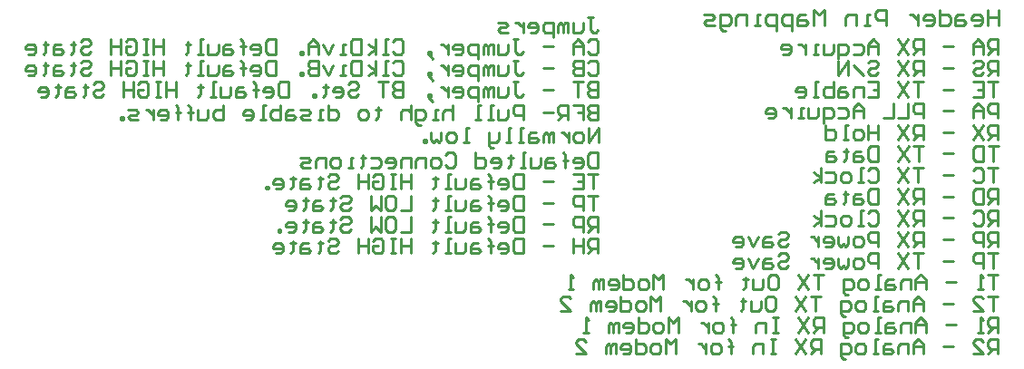
<source format=gbo>
%FSLAX25Y25*%
%MOIN*%
G70*
G01*
G75*
G04 Layer_Color=32896*
%ADD10R,0.03937X0.03150*%
%ADD11R,0.02756X0.02559*%
%ADD12R,0.02756X0.01969*%
%ADD13R,0.02559X0.02756*%
%ADD14R,0.01969X0.02756*%
%ADD15R,0.05118X0.03543*%
%ADD16R,0.03543X0.05118*%
%ADD17R,0.04921X0.05906*%
%ADD18R,0.05906X0.04921*%
%ADD19O,0.11221X0.02362*%
%ADD20O,0.09843X0.02362*%
%ADD21R,0.08268X0.22047*%
%ADD22R,0.02362X0.05512*%
%ADD23C,0.02362*%
%ADD24C,0.01969*%
%ADD25C,0.01000*%
%ADD26C,0.01181*%
%ADD27C,0.19685*%
%ADD28R,0.05906X0.08268*%
%ADD29O,0.05906X0.08268*%
%ADD30R,0.08268X0.05906*%
%ADD31O,0.08268X0.05906*%
%ADD32C,0.02756*%
%ADD33C,0.03150*%
%ADD34C,0.02165*%
%ADD35C,0.00984*%
%ADD36C,0.00787*%
%ADD37R,0.04724X0.03937*%
%ADD38R,0.03543X0.03347*%
%ADD39R,0.03543X0.02756*%
%ADD40R,0.03347X0.03543*%
%ADD41R,0.02756X0.03543*%
%ADD42R,0.05906X0.04331*%
%ADD43R,0.04331X0.05906*%
%ADD44R,0.05709X0.06693*%
%ADD45R,0.06693X0.05709*%
%ADD46O,0.12008X0.03150*%
%ADD47O,0.10630X0.03150*%
%ADD48R,0.09055X0.22835*%
%ADD49C,0.20472*%
%ADD50R,0.06693X0.09055*%
%ADD51O,0.06693X0.09055*%
%ADD52R,0.09055X0.06693*%
%ADD53O,0.09055X0.06693*%
%ADD54C,0.03543*%
%ADD55C,0.03937*%
D35*
X707874Y411417D02*
Y416927D01*
X704201Y411417D01*
Y416927D01*
X701446Y411417D02*
X699609D01*
X698691Y412336D01*
Y414172D01*
X699609Y415091D01*
X701446D01*
X702364Y414172D01*
Y412336D01*
X701446Y411417D01*
X696854Y415091D02*
Y411417D01*
Y413254D01*
X695936Y414172D01*
X695017Y415091D01*
X694099D01*
X691344Y411417D02*
Y415091D01*
X690426D01*
X689507Y414172D01*
Y411417D01*
Y414172D01*
X688589Y415091D01*
X687671Y414172D01*
Y411417D01*
X684916Y415091D02*
X683079D01*
X682161Y414172D01*
Y411417D01*
X684916D01*
X685834Y412336D01*
X684916Y413254D01*
X682161D01*
X680324Y411417D02*
X678487D01*
X679405D01*
Y416927D01*
X680324D01*
X675732Y411417D02*
X673896D01*
X674814D01*
Y416927D01*
X675732D01*
X671140Y415091D02*
Y412336D01*
X670222Y411417D01*
X667467D01*
Y410499D01*
X668386Y409581D01*
X669304D01*
X667467Y411417D02*
Y415091D01*
X660120Y411417D02*
X658284D01*
X659202D01*
Y416927D01*
X660120D01*
X654610Y411417D02*
X652774D01*
X651855Y412336D01*
Y414172D01*
X652774Y415091D01*
X654610D01*
X655529Y414172D01*
Y412336D01*
X654610Y411417D01*
X650019Y415091D02*
Y412336D01*
X649100Y411417D01*
X648182Y412336D01*
X647264Y411417D01*
X646345Y412336D01*
Y415091D01*
X644509Y411417D02*
Y412336D01*
X643590D01*
Y411417D01*
X644509D01*
X707677Y425195D02*
Y419685D01*
X704922D01*
X704004Y420603D01*
Y421522D01*
X704922Y422440D01*
X707677D01*
X704922D01*
X704004Y423358D01*
Y424277D01*
X704922Y425195D01*
X707677D01*
X698494D02*
X702167D01*
Y422440D01*
X700330D01*
X702167D01*
Y419685D01*
X696657D02*
Y425195D01*
X693902D01*
X692984Y424277D01*
Y422440D01*
X693902Y421522D01*
X696657D01*
X694820D02*
X692984Y419685D01*
X691147Y422440D02*
X687474D01*
X680127Y419685D02*
Y425195D01*
X677372D01*
X676454Y424277D01*
Y422440D01*
X677372Y421522D01*
X680127D01*
X674617Y423358D02*
Y420603D01*
X673699Y419685D01*
X670944D01*
Y423358D01*
X669107Y419685D02*
X667270D01*
X668189D01*
Y425195D01*
X669107D01*
X664515Y419685D02*
X662679D01*
X663597D01*
Y425195D01*
X664515D01*
X654414D02*
Y419685D01*
Y422440D01*
X653495Y423358D01*
X651658D01*
X650740Y422440D01*
Y419685D01*
X648904D02*
X647067D01*
X647985D01*
Y423358D01*
X648904D01*
X642475Y417848D02*
X641557D01*
X640638Y418767D01*
Y423358D01*
X643394D01*
X644312Y422440D01*
Y420603D01*
X643394Y419685D01*
X640638D01*
X638802Y425195D02*
Y419685D01*
Y422440D01*
X637884Y423358D01*
X636047D01*
X635128Y422440D01*
Y419685D01*
X626863Y424277D02*
Y423358D01*
X627782D01*
X625945D01*
X626863D01*
Y420603D01*
X625945Y419685D01*
X622272D02*
X620435D01*
X619517Y420603D01*
Y422440D01*
X620435Y423358D01*
X622272D01*
X623190Y422440D01*
Y420603D01*
X622272Y419685D01*
X608497Y425195D02*
Y419685D01*
X611252D01*
X612170Y420603D01*
Y422440D01*
X611252Y423358D01*
X608497D01*
X606660Y419685D02*
X604823D01*
X605742D01*
Y423358D01*
X606660D01*
X602068Y419685D02*
X599313D01*
X598395Y420603D01*
X599313Y421522D01*
X601150D01*
X602068Y422440D01*
X601150Y423358D01*
X598395D01*
X595640D02*
X593803D01*
X592885Y422440D01*
Y419685D01*
X595640D01*
X596558Y420603D01*
X595640Y421522D01*
X592885D01*
X591048Y425195D02*
Y419685D01*
X588293D01*
X587375Y420603D01*
Y421522D01*
Y422440D01*
X588293Y423358D01*
X591048D01*
X585538Y419685D02*
X583702D01*
X584620D01*
Y425195D01*
X585538D01*
X578192Y419685D02*
X580028D01*
X580946Y420603D01*
Y422440D01*
X580028Y423358D01*
X578192D01*
X577273Y422440D01*
Y421522D01*
X580946D01*
X569926Y425195D02*
Y419685D01*
X567171D01*
X566253Y420603D01*
Y421522D01*
Y422440D01*
X567171Y423358D01*
X569926D01*
X564416D02*
Y420603D01*
X563498Y419685D01*
X560743D01*
Y423358D01*
X557988Y419685D02*
Y424277D01*
Y422440D01*
X558906D01*
X557070D01*
X557988D01*
Y424277D01*
X557070Y425195D01*
X553396Y419685D02*
Y424277D01*
Y422440D01*
X554315D01*
X552478D01*
X553396D01*
Y424277D01*
X552478Y425195D01*
X546968Y419685D02*
X548805D01*
X549723Y420603D01*
Y422440D01*
X548805Y423358D01*
X546968D01*
X546050Y422440D01*
Y421522D01*
X549723D01*
X544213Y423358D02*
Y419685D01*
Y421522D01*
X543295Y422440D01*
X542376Y423358D01*
X541458D01*
X538703Y419685D02*
X535948D01*
X535030Y420603D01*
X535948Y421522D01*
X537785D01*
X538703Y422440D01*
X537785Y423358D01*
X535030D01*
X533193Y419685D02*
Y420603D01*
X532275D01*
Y419685D01*
X533193D01*
X854823Y460234D02*
Y454331D01*
Y457282D01*
X850887D01*
Y460234D01*
Y454331D01*
X845967D02*
X847935D01*
X848919Y455315D01*
Y457282D01*
X847935Y458266D01*
X845967D01*
X844983Y457282D01*
Y456299D01*
X848919D01*
X842032Y458266D02*
X840064D01*
X839080Y457282D01*
Y454331D01*
X842032D01*
X843016Y455315D01*
X842032Y456299D01*
X839080D01*
X833176Y460234D02*
Y454331D01*
X836128D01*
X837112Y455315D01*
Y457282D01*
X836128Y458266D01*
X833176D01*
X828257Y454331D02*
X830225D01*
X831208Y455315D01*
Y457282D01*
X830225Y458266D01*
X828257D01*
X827273Y457282D01*
Y456299D01*
X831208D01*
X825305Y458266D02*
Y454331D01*
Y456299D01*
X824321Y457282D01*
X823337Y458266D01*
X822353D01*
X813498Y454331D02*
Y460234D01*
X810546D01*
X809562Y459250D01*
Y457282D01*
X810546Y456299D01*
X813498D01*
X807594Y454331D02*
X805626D01*
X806610D01*
Y458266D01*
X807594D01*
X802674Y454331D02*
Y458266D01*
X799723D01*
X798739Y457282D01*
Y454331D01*
X790867D02*
Y460234D01*
X788899Y458266D01*
X786931Y460234D01*
Y454331D01*
X783980Y458266D02*
X782012D01*
X781028Y457282D01*
Y454331D01*
X783980D01*
X784964Y455315D01*
X783980Y456299D01*
X781028D01*
X779060Y452363D02*
Y458266D01*
X776108D01*
X775124Y457282D01*
Y455315D01*
X776108Y454331D01*
X779060D01*
X773156Y452363D02*
Y458266D01*
X770205D01*
X769221Y457282D01*
Y455315D01*
X770205Y454331D01*
X773156D01*
X767253D02*
X765285D01*
X766269D01*
Y458266D01*
X767253D01*
X762333Y454331D02*
Y458266D01*
X759381D01*
X758397Y457282D01*
Y454331D01*
X754462Y452363D02*
X753478D01*
X752494Y453347D01*
Y458266D01*
X755446D01*
X756429Y457282D01*
Y455315D01*
X755446Y454331D01*
X752494D01*
X750526D02*
X747574D01*
X746590Y455315D01*
X747574Y456299D01*
X749542D01*
X750526Y457282D01*
X749542Y458266D01*
X746590D01*
X854724Y443898D02*
Y449408D01*
X851969D01*
X851051Y448489D01*
Y446653D01*
X851969Y445734D01*
X854724D01*
X852888D02*
X851051Y443898D01*
X849214D02*
Y447571D01*
X847378Y449408D01*
X845541Y447571D01*
Y443898D01*
Y446653D01*
X849214D01*
X838194D02*
X834521D01*
X827174Y443898D02*
Y449408D01*
X824419D01*
X823501Y448489D01*
Y446653D01*
X824419Y445734D01*
X827174D01*
X825338D02*
X823501Y443898D01*
X821664Y449408D02*
X817991Y443898D01*
Y449408D02*
X821664Y443898D01*
X810644D02*
Y447571D01*
X808807Y449408D01*
X806971Y447571D01*
Y443898D01*
Y446653D01*
X810644D01*
X801461Y447571D02*
X804216D01*
X805134Y446653D01*
Y444816D01*
X804216Y443898D01*
X801461D01*
X795951Y442061D02*
Y447571D01*
X798706D01*
X799624Y446653D01*
Y444816D01*
X798706Y443898D01*
X795951D01*
X794114Y447571D02*
Y444816D01*
X793196Y443898D01*
X790441D01*
Y447571D01*
X788604Y443898D02*
X786767D01*
X787686D01*
Y447571D01*
X788604D01*
X784012D02*
Y443898D01*
Y445734D01*
X783094Y446653D01*
X782176Y447571D01*
X781257D01*
X775747Y443898D02*
X777584D01*
X778502Y444816D01*
Y446653D01*
X777584Y447571D01*
X775747D01*
X774829Y446653D01*
Y445734D01*
X778502D01*
X854724Y433660D02*
X851051D01*
X852888D01*
Y428150D01*
X845541Y433660D02*
X849214D01*
Y428150D01*
X845541D01*
X849214Y430905D02*
X847378D01*
X838194D02*
X834521D01*
X827174Y433660D02*
X823501D01*
X825338D01*
Y428150D01*
X821664Y433660D02*
X817991Y428150D01*
Y433660D02*
X821664Y428150D01*
X806971Y433660D02*
X810644D01*
Y428150D01*
X806971D01*
X810644Y430905D02*
X808807D01*
X805134Y428150D02*
Y431823D01*
X802379D01*
X801461Y430905D01*
Y428150D01*
X798706Y431823D02*
X796869D01*
X795951Y430905D01*
Y428150D01*
X798706D01*
X799624Y429068D01*
X798706Y429986D01*
X795951D01*
X794114Y433660D02*
Y428150D01*
X791359D01*
X790441Y429068D01*
Y429986D01*
Y430905D01*
X791359Y431823D01*
X794114D01*
X788604Y428150D02*
X786767D01*
X787686D01*
Y433660D01*
X788604D01*
X781257Y428150D02*
X783094D01*
X784012Y429068D01*
Y430905D01*
X783094Y431823D01*
X781257D01*
X780339Y430905D01*
Y429986D01*
X784012D01*
X854823Y410038D02*
X851149D01*
X852986D01*
Y404528D01*
X849313Y410038D02*
Y404528D01*
X846558D01*
X845640Y405446D01*
Y409119D01*
X846558Y410038D01*
X849313D01*
X838293Y407283D02*
X834619D01*
X827273Y410038D02*
X823599D01*
X825436D01*
Y404528D01*
X821763Y410038D02*
X818089Y404528D01*
Y410038D02*
X821763Y404528D01*
X810743Y410038D02*
Y404528D01*
X807988D01*
X807069Y405446D01*
Y409119D01*
X807988Y410038D01*
X810743D01*
X804314Y408201D02*
X802478D01*
X801559Y407283D01*
Y404528D01*
X804314D01*
X805233Y405446D01*
X804314Y406364D01*
X801559D01*
X798804Y409119D02*
Y408201D01*
X799722D01*
X797886D01*
X798804D01*
Y405446D01*
X797886Y404528D01*
X794212Y408201D02*
X792376D01*
X791458Y407283D01*
Y404528D01*
X794212D01*
X795131Y405446D01*
X794212Y406364D01*
X791458D01*
X854724Y412402D02*
Y417912D01*
X851969D01*
X851051Y416993D01*
Y415157D01*
X851969Y414238D01*
X854724D01*
X852888D02*
X851051Y412402D01*
X849214Y417912D02*
X845541Y412402D01*
Y417912D02*
X849214Y412402D01*
X838194Y415157D02*
X834521D01*
X827174Y412402D02*
Y417912D01*
X824419D01*
X823501Y416993D01*
Y415157D01*
X824419Y414238D01*
X827174D01*
X825338D02*
X823501Y412402D01*
X821664Y417912D02*
X817991Y412402D01*
Y417912D02*
X821664Y412402D01*
X810644Y417912D02*
Y412402D01*
Y415157D01*
X806971D01*
Y417912D01*
Y412402D01*
X804216D02*
X802379D01*
X801461Y413320D01*
Y415157D01*
X802379Y416075D01*
X804216D01*
X805134Y415157D01*
Y413320D01*
X804216Y412402D01*
X799624D02*
X797787D01*
X798706D01*
Y417912D01*
X799624D01*
X791359D02*
Y412402D01*
X794114D01*
X795032Y413320D01*
Y415157D01*
X794114Y416075D01*
X791359D01*
X854724Y420276D02*
Y425786D01*
X851969D01*
X851051Y424867D01*
Y423031D01*
X851969Y422112D01*
X854724D01*
X849214Y420276D02*
Y423949D01*
X847378Y425786D01*
X845541Y423949D01*
Y420276D01*
Y423031D01*
X849214D01*
X838194D02*
X834521D01*
X827174Y420276D02*
Y425786D01*
X824419D01*
X823501Y424867D01*
Y423031D01*
X824419Y422112D01*
X827174D01*
X821664Y425786D02*
Y420276D01*
X817991D01*
X816154Y425786D02*
Y420276D01*
X812481D01*
X805134D02*
Y423949D01*
X803298Y425786D01*
X801461Y423949D01*
Y420276D01*
Y423031D01*
X805134D01*
X795951Y423949D02*
X798706D01*
X799624Y423031D01*
Y421194D01*
X798706Y420276D01*
X795951D01*
X790441Y418439D02*
Y423949D01*
X793196D01*
X794114Y423031D01*
Y421194D01*
X793196Y420276D01*
X790441D01*
X788604Y423949D02*
Y421194D01*
X787686Y420276D01*
X784931D01*
Y423949D01*
X783094Y420276D02*
X781257D01*
X782176D01*
Y423949D01*
X783094D01*
X778502D02*
Y420276D01*
Y422112D01*
X777584Y423031D01*
X776666Y423949D01*
X775747D01*
X770237Y420276D02*
X772074D01*
X772992Y421194D01*
Y423031D01*
X772074Y423949D01*
X770237D01*
X769319Y423031D01*
Y422112D01*
X772992D01*
X854724Y436024D02*
Y441534D01*
X851969D01*
X851051Y440615D01*
Y438779D01*
X851969Y437860D01*
X854724D01*
X852888D02*
X851051Y436024D01*
X845541Y440615D02*
X846459Y441534D01*
X848296D01*
X849214Y440615D01*
Y439697D01*
X848296Y438779D01*
X846459D01*
X845541Y437860D01*
Y436942D01*
X846459Y436024D01*
X848296D01*
X849214Y436942D01*
X838194Y438779D02*
X834521D01*
X827174Y436024D02*
Y441534D01*
X824419D01*
X823501Y440615D01*
Y438779D01*
X824419Y437860D01*
X827174D01*
X825338D02*
X823501Y436024D01*
X821664Y441534D02*
X817991Y436024D01*
Y441534D02*
X821664Y436024D01*
X806971Y440615D02*
X807889Y441534D01*
X809726D01*
X810644Y440615D01*
Y439697D01*
X809726Y438779D01*
X807889D01*
X806971Y437860D01*
Y436942D01*
X807889Y436024D01*
X809726D01*
X810644Y436942D01*
X805134Y436024D02*
X801461Y439697D01*
X799624Y436024D02*
Y441534D01*
X795951Y436024D01*
Y441534D01*
X854724Y362793D02*
X851051D01*
X852888D01*
Y357283D01*
X849214D02*
X847378D01*
X848296D01*
Y362793D01*
X849214Y361875D01*
X839113Y360038D02*
X835439D01*
X828093Y357283D02*
Y360957D01*
X826256Y362793D01*
X824419Y360957D01*
Y357283D01*
Y360038D01*
X828093D01*
X822583Y357283D02*
Y360957D01*
X819828D01*
X818909Y360038D01*
Y357283D01*
X816154Y360957D02*
X814318D01*
X813399Y360038D01*
Y357283D01*
X816154D01*
X817072Y358202D01*
X816154Y359120D01*
X813399D01*
X811563Y357283D02*
X809726D01*
X810644D01*
Y362793D01*
X811563D01*
X806052Y357283D02*
X804216D01*
X803298Y358202D01*
Y360038D01*
X804216Y360957D01*
X806052D01*
X806971Y360038D01*
Y358202D01*
X806052Y357283D01*
X799624Y355447D02*
X798706D01*
X797787Y356365D01*
Y360957D01*
X800543D01*
X801461Y360038D01*
Y358202D01*
X800543Y357283D01*
X797787D01*
X790441Y362793D02*
X786767D01*
X788604D01*
Y357283D01*
X784931Y362793D02*
X781257Y357283D01*
Y362793D02*
X784931Y357283D01*
X771156Y362793D02*
X772992D01*
X773911Y361875D01*
Y358202D01*
X772992Y357283D01*
X771156D01*
X770237Y358202D01*
Y361875D01*
X771156Y362793D01*
X768401Y360957D02*
Y358202D01*
X767482Y357283D01*
X764727D01*
Y360957D01*
X761972Y361875D02*
Y360957D01*
X762891D01*
X761054D01*
X761972D01*
Y358202D01*
X761054Y357283D01*
X751870D02*
Y361875D01*
Y360038D01*
X752789D01*
X750952D01*
X751870D01*
Y361875D01*
X750952Y362793D01*
X747279Y357283D02*
X745442D01*
X744524Y358202D01*
Y360038D01*
X745442Y360957D01*
X747279D01*
X748197Y360038D01*
Y358202D01*
X747279Y357283D01*
X742687Y360957D02*
Y357283D01*
Y359120D01*
X741769Y360038D01*
X740850Y360957D01*
X739932D01*
X731667Y357283D02*
Y362793D01*
X729830Y360957D01*
X727994Y362793D01*
Y357283D01*
X725239D02*
X723402D01*
X722484Y358202D01*
Y360038D01*
X723402Y360957D01*
X725239D01*
X726157Y360038D01*
Y358202D01*
X725239Y357283D01*
X716974Y362793D02*
Y357283D01*
X719729D01*
X720647Y358202D01*
Y360038D01*
X719729Y360957D01*
X716974D01*
X712382Y357283D02*
X714219D01*
X715137Y358202D01*
Y360038D01*
X714219Y360957D01*
X712382D01*
X711464Y360038D01*
Y359120D01*
X715137D01*
X709627Y357283D02*
Y360957D01*
X708709D01*
X707790Y360038D01*
Y357283D01*
Y360038D01*
X706872Y360957D01*
X705954Y360038D01*
Y357283D01*
X698607D02*
X696770D01*
X697689D01*
Y362793D01*
X698607Y361875D01*
X854724Y388779D02*
Y394290D01*
X851969D01*
X851051Y393371D01*
Y391534D01*
X851969Y390616D01*
X854724D01*
X852888D02*
X851051Y388779D01*
X849214Y394290D02*
Y388779D01*
X846459D01*
X845541Y389698D01*
Y393371D01*
X846459Y394290D01*
X849214D01*
X838194Y391534D02*
X834521D01*
X827174Y388779D02*
Y394290D01*
X824419D01*
X823501Y393371D01*
Y391534D01*
X824419Y390616D01*
X827174D01*
X825338D02*
X823501Y388779D01*
X821664Y394290D02*
X817991Y388779D01*
Y394290D02*
X821664Y388779D01*
X810644Y394290D02*
Y388779D01*
X807889D01*
X806971Y389698D01*
Y393371D01*
X807889Y394290D01*
X810644D01*
X804216Y392453D02*
X802379D01*
X801461Y391534D01*
Y388779D01*
X804216D01*
X805134Y389698D01*
X804216Y390616D01*
X801461D01*
X798706Y393371D02*
Y392453D01*
X799624D01*
X797787D01*
X798706D01*
Y389698D01*
X797787Y388779D01*
X794114Y392453D02*
X792277D01*
X791359Y391534D01*
Y388779D01*
X794114D01*
X795032Y389698D01*
X794114Y390616D01*
X791359D01*
X854724Y402164D02*
X851051D01*
X852888D01*
Y396654D01*
X845541Y401245D02*
X846459Y402164D01*
X848296D01*
X849214Y401245D01*
Y397572D01*
X848296Y396654D01*
X846459D01*
X845541Y397572D01*
X838194Y399409D02*
X834521D01*
X827174Y402164D02*
X823501D01*
X825338D01*
Y396654D01*
X821664Y402164D02*
X817991Y396654D01*
Y402164D02*
X821664Y396654D01*
X806971Y401245D02*
X807889Y402164D01*
X809726D01*
X810644Y401245D01*
Y397572D01*
X809726Y396654D01*
X807889D01*
X806971Y397572D01*
X805134Y396654D02*
X803298D01*
X804216D01*
Y402164D01*
X805134D01*
X799624Y396654D02*
X797787D01*
X796869Y397572D01*
Y399409D01*
X797787Y400327D01*
X799624D01*
X800543Y399409D01*
Y397572D01*
X799624Y396654D01*
X791359Y400327D02*
X794114D01*
X795032Y399409D01*
Y397572D01*
X794114Y396654D01*
X791359D01*
X789522D02*
Y402164D01*
Y398490D02*
X786767Y400327D01*
X789522Y398490D02*
X786767Y396654D01*
X854724Y373031D02*
Y378541D01*
X851969D01*
X851051Y377623D01*
Y375786D01*
X851969Y374868D01*
X854724D01*
X852888D02*
X851051Y373031D01*
X849214D02*
Y378541D01*
X846459D01*
X845541Y377623D01*
Y375786D01*
X846459Y374868D01*
X849214D01*
X838194Y375786D02*
X834521D01*
X827174Y373031D02*
Y378541D01*
X824419D01*
X823501Y377623D01*
Y375786D01*
X824419Y374868D01*
X827174D01*
X825338D02*
X823501Y373031D01*
X821664Y378541D02*
X817991Y373031D01*
Y378541D02*
X821664Y373031D01*
X810644D02*
Y378541D01*
X807889D01*
X806971Y377623D01*
Y375786D01*
X807889Y374868D01*
X810644D01*
X804216Y373031D02*
X802379D01*
X801461Y373950D01*
Y375786D01*
X802379Y376705D01*
X804216D01*
X805134Y375786D01*
Y373950D01*
X804216Y373031D01*
X799624Y376705D02*
Y373950D01*
X798706Y373031D01*
X797787Y373950D01*
X796869Y373031D01*
X795951Y373950D01*
Y376705D01*
X791359Y373031D02*
X793196D01*
X794114Y373950D01*
Y375786D01*
X793196Y376705D01*
X791359D01*
X790441Y375786D01*
Y374868D01*
X794114D01*
X788604Y376705D02*
Y373031D01*
Y374868D01*
X787686Y375786D01*
X786767Y376705D01*
X785849D01*
X773911Y377623D02*
X774829Y378541D01*
X776666D01*
X777584Y377623D01*
Y376705D01*
X776666Y375786D01*
X774829D01*
X773911Y374868D01*
Y373950D01*
X774829Y373031D01*
X776666D01*
X777584Y373950D01*
X771156Y376705D02*
X769319D01*
X768401Y375786D01*
Y373031D01*
X771156D01*
X772074Y373950D01*
X771156Y374868D01*
X768401D01*
X766564Y376705D02*
X764727Y373031D01*
X762891Y376705D01*
X758299Y373031D02*
X760136D01*
X761054Y373950D01*
Y375786D01*
X760136Y376705D01*
X758299D01*
X757381Y375786D01*
Y374868D01*
X761054D01*
X854724Y370668D02*
X851051D01*
X852888D01*
Y365158D01*
X849214D02*
Y370668D01*
X846459D01*
X845541Y369749D01*
Y367913D01*
X846459Y366994D01*
X849214D01*
X838194Y367913D02*
X834521D01*
X827174Y370668D02*
X823501D01*
X825338D01*
Y365158D01*
X821664Y370668D02*
X817991Y365158D01*
Y370668D02*
X821664Y365158D01*
X810644D02*
Y370668D01*
X807889D01*
X806971Y369749D01*
Y367913D01*
X807889Y366994D01*
X810644D01*
X804216Y365158D02*
X802379D01*
X801461Y366076D01*
Y367913D01*
X802379Y368831D01*
X804216D01*
X805134Y367913D01*
Y366076D01*
X804216Y365158D01*
X799624Y368831D02*
Y366076D01*
X798706Y365158D01*
X797787Y366076D01*
X796869Y365158D01*
X795951Y366076D01*
Y368831D01*
X791359Y365158D02*
X793196D01*
X794114Y366076D01*
Y367913D01*
X793196Y368831D01*
X791359D01*
X790441Y367913D01*
Y366994D01*
X794114D01*
X788604Y368831D02*
Y365158D01*
Y366994D01*
X787686Y367913D01*
X786767Y368831D01*
X785849D01*
X773911Y369749D02*
X774829Y370668D01*
X776666D01*
X777584Y369749D01*
Y368831D01*
X776666Y367913D01*
X774829D01*
X773911Y366994D01*
Y366076D01*
X774829Y365158D01*
X776666D01*
X777584Y366076D01*
X771156Y368831D02*
X769319D01*
X768401Y367913D01*
Y365158D01*
X771156D01*
X772074Y366076D01*
X771156Y366994D01*
X768401D01*
X766564Y368831D02*
X764727Y365158D01*
X762891Y368831D01*
X758299Y365158D02*
X760136D01*
X761054Y366076D01*
Y367913D01*
X760136Y368831D01*
X758299D01*
X757381Y367913D01*
Y366994D01*
X761054D01*
X854724Y380906D02*
Y386416D01*
X851969D01*
X851051Y385497D01*
Y383661D01*
X851969Y382742D01*
X854724D01*
X852888D02*
X851051Y380906D01*
X845541Y385497D02*
X846459Y386416D01*
X848296D01*
X849214Y385497D01*
Y381824D01*
X848296Y380906D01*
X846459D01*
X845541Y381824D01*
X838194Y383661D02*
X834521D01*
X827174Y380906D02*
Y386416D01*
X824419D01*
X823501Y385497D01*
Y383661D01*
X824419Y382742D01*
X827174D01*
X825338D02*
X823501Y380906D01*
X821664Y386416D02*
X817991Y380906D01*
Y386416D02*
X821664Y380906D01*
X806971Y385497D02*
X807889Y386416D01*
X809726D01*
X810644Y385497D01*
Y381824D01*
X809726Y380906D01*
X807889D01*
X806971Y381824D01*
X805134Y380906D02*
X803298D01*
X804216D01*
Y386416D01*
X805134D01*
X799624Y380906D02*
X797787D01*
X796869Y381824D01*
Y383661D01*
X797787Y384579D01*
X799624D01*
X800543Y383661D01*
Y381824D01*
X799624Y380906D01*
X791359Y384579D02*
X794114D01*
X795032Y383661D01*
Y381824D01*
X794114Y380906D01*
X791359D01*
X789522D02*
Y386416D01*
Y382742D02*
X786767Y384579D01*
X789522Y382742D02*
X786767Y380906D01*
X854724Y354920D02*
X851051D01*
X852888D01*
Y349409D01*
X845541D02*
X849214D01*
X845541Y353083D01*
Y354001D01*
X846459Y354920D01*
X848296D01*
X849214Y354001D01*
X838194Y352164D02*
X834521D01*
X827174Y349409D02*
Y353083D01*
X825338Y354920D01*
X823501Y353083D01*
Y349409D01*
Y352164D01*
X827174D01*
X821664Y349409D02*
Y353083D01*
X818909D01*
X817991Y352164D01*
Y349409D01*
X815236Y353083D02*
X813399D01*
X812481Y352164D01*
Y349409D01*
X815236D01*
X816154Y350328D01*
X815236Y351246D01*
X812481D01*
X810644Y349409D02*
X808807D01*
X809726D01*
Y354920D01*
X810644D01*
X805134Y349409D02*
X803298D01*
X802379Y350328D01*
Y352164D01*
X803298Y353083D01*
X805134D01*
X806052Y352164D01*
Y350328D01*
X805134Y349409D01*
X798706Y347573D02*
X797787D01*
X796869Y348491D01*
Y353083D01*
X799624D01*
X800543Y352164D01*
Y350328D01*
X799624Y349409D01*
X796869D01*
X789522Y354920D02*
X785849D01*
X787686D01*
Y349409D01*
X784012Y354920D02*
X780339Y349409D01*
Y354920D02*
X784012Y349409D01*
X770237Y354920D02*
X772074D01*
X772992Y354001D01*
Y350328D01*
X772074Y349409D01*
X770237D01*
X769319Y350328D01*
Y354001D01*
X770237Y354920D01*
X767482Y353083D02*
Y350328D01*
X766564Y349409D01*
X763809D01*
Y353083D01*
X761054Y354001D02*
Y353083D01*
X761972D01*
X760136D01*
X761054D01*
Y350328D01*
X760136Y349409D01*
X750952D02*
Y354001D01*
Y352164D01*
X751870D01*
X750034D01*
X750952D01*
Y354001D01*
X750034Y354920D01*
X746360Y349409D02*
X744524D01*
X743606Y350328D01*
Y352164D01*
X744524Y353083D01*
X746360D01*
X747279Y352164D01*
Y350328D01*
X746360Y349409D01*
X741769Y353083D02*
Y349409D01*
Y351246D01*
X740850Y352164D01*
X739932Y353083D01*
X739014D01*
X730749Y349409D02*
Y354920D01*
X728912Y353083D01*
X727075Y354920D01*
Y349409D01*
X724320D02*
X722484D01*
X721565Y350328D01*
Y352164D01*
X722484Y353083D01*
X724320D01*
X725239Y352164D01*
Y350328D01*
X724320Y349409D01*
X716055Y354920D02*
Y349409D01*
X718810D01*
X719729Y350328D01*
Y352164D01*
X718810Y353083D01*
X716055D01*
X711464Y349409D02*
X713300D01*
X714219Y350328D01*
Y352164D01*
X713300Y353083D01*
X711464D01*
X710545Y352164D01*
Y351246D01*
X714219D01*
X708709Y349409D02*
Y353083D01*
X707790D01*
X706872Y352164D01*
Y349409D01*
Y352164D01*
X705954Y353083D01*
X705035Y352164D01*
Y349409D01*
X694015D02*
X697689D01*
X694015Y353083D01*
Y354001D01*
X694934Y354920D01*
X696770D01*
X697689Y354001D01*
X854724Y341535D02*
Y347045D01*
X851969D01*
X851051Y346127D01*
Y344290D01*
X851969Y343372D01*
X854724D01*
X852888D02*
X851051Y341535D01*
X849214D02*
X847378D01*
X848296D01*
Y347045D01*
X849214Y346127D01*
X839113Y344290D02*
X835439D01*
X828093Y341535D02*
Y345209D01*
X826256Y347045D01*
X824419Y345209D01*
Y341535D01*
Y344290D01*
X828093D01*
X822583Y341535D02*
Y345209D01*
X819828D01*
X818909Y344290D01*
Y341535D01*
X816154Y345209D02*
X814318D01*
X813399Y344290D01*
Y341535D01*
X816154D01*
X817072Y342454D01*
X816154Y343372D01*
X813399D01*
X811563Y341535D02*
X809726D01*
X810644D01*
Y347045D01*
X811563D01*
X806052Y341535D02*
X804216D01*
X803298Y342454D01*
Y344290D01*
X804216Y345209D01*
X806052D01*
X806971Y344290D01*
Y342454D01*
X806052Y341535D01*
X799624Y339699D02*
X798706D01*
X797787Y340617D01*
Y345209D01*
X800543D01*
X801461Y344290D01*
Y342454D01*
X800543Y341535D01*
X797787D01*
X790441D02*
Y347045D01*
X787686D01*
X786767Y346127D01*
Y344290D01*
X787686Y343372D01*
X790441D01*
X788604D02*
X786767Y341535D01*
X784931Y347045D02*
X781257Y341535D01*
Y347045D02*
X784931Y341535D01*
X773911Y347045D02*
X772074D01*
X772992D01*
Y341535D01*
X773911D01*
X772074D01*
X769319D02*
Y345209D01*
X766564D01*
X765646Y344290D01*
Y341535D01*
X757381D02*
Y346127D01*
Y344290D01*
X758299D01*
X756462D01*
X757381D01*
Y346127D01*
X756462Y347045D01*
X752789Y341535D02*
X750952D01*
X750034Y342454D01*
Y344290D01*
X750952Y345209D01*
X752789D01*
X753707Y344290D01*
Y342454D01*
X752789Y341535D01*
X748197Y345209D02*
Y341535D01*
Y343372D01*
X747279Y344290D01*
X746360Y345209D01*
X745442D01*
X737177Y341535D02*
Y347045D01*
X735340Y345209D01*
X733504Y347045D01*
Y341535D01*
X730749D02*
X728912D01*
X727994Y342454D01*
Y344290D01*
X728912Y345209D01*
X730749D01*
X731667Y344290D01*
Y342454D01*
X730749Y341535D01*
X722484Y347045D02*
Y341535D01*
X725239D01*
X726157Y342454D01*
Y344290D01*
X725239Y345209D01*
X722484D01*
X717892Y341535D02*
X719729D01*
X720647Y342454D01*
Y344290D01*
X719729Y345209D01*
X717892D01*
X716974Y344290D01*
Y343372D01*
X720647D01*
X715137Y341535D02*
Y345209D01*
X714219D01*
X713300Y344290D01*
Y341535D01*
Y344290D01*
X712382Y345209D01*
X711464Y344290D01*
Y341535D01*
X704117D02*
X702280D01*
X703199D01*
Y347045D01*
X704117Y346127D01*
X704004Y457282D02*
X705840D01*
X704922D01*
Y452690D01*
X705840Y451772D01*
X706759D01*
X707677Y452690D01*
X702167Y455445D02*
Y452690D01*
X701249Y451772D01*
X698494D01*
Y455445D01*
X696657Y451772D02*
Y455445D01*
X695739D01*
X694820Y454527D01*
Y451772D01*
Y454527D01*
X693902Y455445D01*
X692984Y454527D01*
Y451772D01*
X691147Y449935D02*
Y455445D01*
X688392D01*
X687474Y454527D01*
Y452690D01*
X688392Y451772D01*
X691147D01*
X682882D02*
X684719D01*
X685637Y452690D01*
Y454527D01*
X684719Y455445D01*
X682882D01*
X681964Y454527D01*
Y453608D01*
X685637D01*
X680127Y455445D02*
Y451772D01*
Y453608D01*
X679209Y454527D01*
X678290Y455445D01*
X677372D01*
X674617Y451772D02*
X671862D01*
X670944Y452690D01*
X671862Y453608D01*
X673699D01*
X674617Y454527D01*
X673699Y455445D01*
X670944D01*
X704004Y440615D02*
X704922Y441534D01*
X706759D01*
X707677Y440615D01*
Y436942D01*
X706759Y436024D01*
X704922D01*
X704004Y436942D01*
X702167Y441534D02*
Y436024D01*
X699412D01*
X698494Y436942D01*
Y437860D01*
X699412Y438779D01*
X702167D01*
X699412D01*
X698494Y439697D01*
Y440615D01*
X699412Y441534D01*
X702167D01*
X691147Y438779D02*
X687474D01*
X676454Y441534D02*
X678290D01*
X677372D01*
Y436942D01*
X678290Y436024D01*
X679209D01*
X680127Y436942D01*
X674617Y439697D02*
Y436942D01*
X673699Y436024D01*
X670944D01*
Y439697D01*
X669107Y436024D02*
Y439697D01*
X668189D01*
X667270Y438779D01*
Y436024D01*
Y438779D01*
X666352Y439697D01*
X665434Y438779D01*
Y436024D01*
X663597Y434187D02*
Y439697D01*
X660842D01*
X659924Y438779D01*
Y436942D01*
X660842Y436024D01*
X663597D01*
X655332D02*
X657169D01*
X658087Y436942D01*
Y438779D01*
X657169Y439697D01*
X655332D01*
X654414Y438779D01*
Y437860D01*
X658087D01*
X652577Y439697D02*
Y436024D01*
Y437860D01*
X651658Y438779D01*
X650740Y439697D01*
X649822D01*
X646148Y435105D02*
X645230Y436024D01*
Y436942D01*
X646148D01*
Y436024D01*
X645230D01*
X646148Y435105D01*
X647067Y434187D01*
X632373Y440615D02*
X633292Y441534D01*
X635128D01*
X636047Y440615D01*
Y436942D01*
X635128Y436024D01*
X633292D01*
X632373Y436942D01*
X630537Y436024D02*
X628700D01*
X629618D01*
Y441534D01*
X630537D01*
X625945Y436024D02*
Y441534D01*
Y437860D02*
X623190Y439697D01*
X625945Y437860D02*
X623190Y436024D01*
X620435Y441534D02*
Y436024D01*
X617680D01*
X616762Y436942D01*
Y440615D01*
X617680Y441534D01*
X620435D01*
X614925Y436024D02*
X613088D01*
X614007D01*
Y439697D01*
X614925D01*
X610333D02*
X608497Y436024D01*
X606660Y439697D01*
X604823Y441534D02*
Y436024D01*
X602068D01*
X601150Y436942D01*
Y437860D01*
X602068Y438779D01*
X604823D01*
X602068D01*
X601150Y439697D01*
Y440615D01*
X602068Y441534D01*
X604823D01*
X599313Y436024D02*
Y436942D01*
X598395D01*
Y436024D01*
X599313D01*
X589212Y441534D02*
Y436024D01*
X586456D01*
X585538Y436942D01*
Y440615D01*
X586456Y441534D01*
X589212D01*
X580946Y436024D02*
X582783D01*
X583702Y436942D01*
Y438779D01*
X582783Y439697D01*
X580946D01*
X580028Y438779D01*
Y437860D01*
X583702D01*
X577273Y436024D02*
Y440615D01*
Y438779D01*
X578192D01*
X576355D01*
X577273D01*
Y440615D01*
X576355Y441534D01*
X572681Y439697D02*
X570845D01*
X569926Y438779D01*
Y436024D01*
X572681D01*
X573600Y436942D01*
X572681Y437860D01*
X569926D01*
X568090Y439697D02*
Y436942D01*
X567171Y436024D01*
X564416D01*
Y439697D01*
X562580Y436024D02*
X560743D01*
X561661D01*
Y441534D01*
X562580D01*
X557070Y440615D02*
Y439697D01*
X557988D01*
X556151D01*
X557070D01*
Y436942D01*
X556151Y436024D01*
X547886Y441534D02*
Y436024D01*
Y438779D01*
X544213D01*
Y441534D01*
Y436024D01*
X542376Y441534D02*
X540540D01*
X541458D01*
Y436024D01*
X542376D01*
X540540D01*
X534111Y440615D02*
X535030Y441534D01*
X536866D01*
X537785Y440615D01*
Y436942D01*
X536866Y436024D01*
X535030D01*
X534111Y436942D01*
Y438779D01*
X535948D01*
X532275Y441534D02*
Y436024D01*
Y438779D01*
X528601D01*
Y441534D01*
Y436024D01*
X517581Y440615D02*
X518500Y441534D01*
X520336D01*
X521254Y440615D01*
Y439697D01*
X520336Y438779D01*
X518500D01*
X517581Y437860D01*
Y436942D01*
X518500Y436024D01*
X520336D01*
X521254Y436942D01*
X514826Y440615D02*
Y439697D01*
X515744D01*
X513908D01*
X514826D01*
Y436942D01*
X513908Y436024D01*
X510234Y439697D02*
X508398D01*
X507479Y438779D01*
Y436024D01*
X510234D01*
X511153Y436942D01*
X510234Y437860D01*
X507479D01*
X504724Y440615D02*
Y439697D01*
X505643D01*
X503806D01*
X504724D01*
Y436942D01*
X503806Y436024D01*
X498296D02*
X500133D01*
X501051Y436942D01*
Y438779D01*
X500133Y439697D01*
X498296D01*
X497378Y438779D01*
Y437860D01*
X501051D01*
X707677Y433660D02*
Y428150D01*
X704922D01*
X704004Y429068D01*
Y429986D01*
X704922Y430905D01*
X707677D01*
X704922D01*
X704004Y431823D01*
Y432741D01*
X704922Y433660D01*
X707677D01*
X702167D02*
X698494D01*
X700330D01*
Y428150D01*
X691147Y430905D02*
X687474D01*
X676454Y433660D02*
X678290D01*
X677372D01*
Y429068D01*
X678290Y428150D01*
X679209D01*
X680127Y429068D01*
X674617Y431823D02*
Y429068D01*
X673699Y428150D01*
X670944D01*
Y431823D01*
X669107Y428150D02*
Y431823D01*
X668189D01*
X667270Y430905D01*
Y428150D01*
Y430905D01*
X666352Y431823D01*
X665434Y430905D01*
Y428150D01*
X663597Y426313D02*
Y431823D01*
X660842D01*
X659924Y430905D01*
Y429068D01*
X660842Y428150D01*
X663597D01*
X655332D02*
X657169D01*
X658087Y429068D01*
Y430905D01*
X657169Y431823D01*
X655332D01*
X654414Y430905D01*
Y429986D01*
X658087D01*
X652577Y431823D02*
Y428150D01*
Y429986D01*
X651658Y430905D01*
X650740Y431823D01*
X649822D01*
X646148Y427231D02*
X645230Y428150D01*
Y429068D01*
X646148D01*
Y428150D01*
X645230D01*
X646148Y427231D01*
X647067Y426313D01*
X636047Y433660D02*
Y428150D01*
X633292D01*
X632373Y429068D01*
Y429986D01*
X633292Y430905D01*
X636047D01*
X633292D01*
X632373Y431823D01*
Y432741D01*
X633292Y433660D01*
X636047D01*
X630537D02*
X626863D01*
X628700D01*
Y428150D01*
X615843Y432741D02*
X616762Y433660D01*
X618598D01*
X619517Y432741D01*
Y431823D01*
X618598Y430905D01*
X616762D01*
X615843Y429986D01*
Y429068D01*
X616762Y428150D01*
X618598D01*
X619517Y429068D01*
X611252Y428150D02*
X613088D01*
X614007Y429068D01*
Y430905D01*
X613088Y431823D01*
X611252D01*
X610333Y430905D01*
Y429986D01*
X614007D01*
X607578Y432741D02*
Y431823D01*
X608497D01*
X606660D01*
X607578D01*
Y429068D01*
X606660Y428150D01*
X603905D02*
Y429068D01*
X602987D01*
Y428150D01*
X603905D01*
X593803Y433660D02*
Y428150D01*
X591048D01*
X590130Y429068D01*
Y432741D01*
X591048Y433660D01*
X593803D01*
X585538Y428150D02*
X587375D01*
X588293Y429068D01*
Y430905D01*
X587375Y431823D01*
X585538D01*
X584620Y430905D01*
Y429986D01*
X588293D01*
X581865Y428150D02*
Y432741D01*
Y430905D01*
X582783D01*
X580946D01*
X581865D01*
Y432741D01*
X580946Y433660D01*
X577273Y431823D02*
X575436D01*
X574518Y430905D01*
Y428150D01*
X577273D01*
X578192Y429068D01*
X577273Y429986D01*
X574518D01*
X572681Y431823D02*
Y429068D01*
X571763Y428150D01*
X569008D01*
Y431823D01*
X567171Y428150D02*
X565335D01*
X566253D01*
Y433660D01*
X567171D01*
X561661Y432741D02*
Y431823D01*
X562580D01*
X560743D01*
X561661D01*
Y429068D01*
X560743Y428150D01*
X552478Y433660D02*
Y428150D01*
Y430905D01*
X548805D01*
Y433660D01*
Y428150D01*
X546968Y433660D02*
X545131D01*
X546050D01*
Y428150D01*
X546968D01*
X545131D01*
X538703Y432741D02*
X539621Y433660D01*
X541458D01*
X542376Y432741D01*
Y429068D01*
X541458Y428150D01*
X539621D01*
X538703Y429068D01*
Y430905D01*
X540540D01*
X536866Y433660D02*
Y428150D01*
Y430905D01*
X533193D01*
Y433660D01*
Y428150D01*
X522173Y432741D02*
X523091Y433660D01*
X524928D01*
X525846Y432741D01*
Y431823D01*
X524928Y430905D01*
X523091D01*
X522173Y429986D01*
Y429068D01*
X523091Y428150D01*
X524928D01*
X525846Y429068D01*
X519418Y432741D02*
Y431823D01*
X520336D01*
X518500D01*
X519418D01*
Y429068D01*
X518500Y428150D01*
X514826Y431823D02*
X512990D01*
X512071Y430905D01*
Y428150D01*
X514826D01*
X515744Y429068D01*
X514826Y429986D01*
X512071D01*
X509316Y432741D02*
Y431823D01*
X510234D01*
X508398D01*
X509316D01*
Y429068D01*
X508398Y428150D01*
X502888D02*
X504724D01*
X505643Y429068D01*
Y430905D01*
X504724Y431823D01*
X502888D01*
X501969Y430905D01*
Y429986D01*
X505643D01*
X704004Y448489D02*
X704922Y449408D01*
X706759D01*
X707677Y448489D01*
Y444816D01*
X706759Y443898D01*
X704922D01*
X704004Y444816D01*
X702167Y443898D02*
Y447571D01*
X700330Y449408D01*
X698494Y447571D01*
Y443898D01*
Y446653D01*
X702167D01*
X691147D02*
X687474D01*
X676454Y449408D02*
X678290D01*
X677372D01*
Y444816D01*
X678290Y443898D01*
X679209D01*
X680127Y444816D01*
X674617Y447571D02*
Y444816D01*
X673699Y443898D01*
X670944D01*
Y447571D01*
X669107Y443898D02*
Y447571D01*
X668189D01*
X667270Y446653D01*
Y443898D01*
Y446653D01*
X666352Y447571D01*
X665434Y446653D01*
Y443898D01*
X663597Y442061D02*
Y447571D01*
X660842D01*
X659924Y446653D01*
Y444816D01*
X660842Y443898D01*
X663597D01*
X655332D02*
X657169D01*
X658087Y444816D01*
Y446653D01*
X657169Y447571D01*
X655332D01*
X654414Y446653D01*
Y445734D01*
X658087D01*
X652577Y447571D02*
Y443898D01*
Y445734D01*
X651658Y446653D01*
X650740Y447571D01*
X649822D01*
X646148Y442979D02*
X645230Y443898D01*
Y444816D01*
X646148D01*
Y443898D01*
X645230D01*
X646148Y442979D01*
X647067Y442061D01*
X632373Y448489D02*
X633292Y449408D01*
X635128D01*
X636047Y448489D01*
Y444816D01*
X635128Y443898D01*
X633292D01*
X632373Y444816D01*
X630537Y443898D02*
X628700D01*
X629618D01*
Y449408D01*
X630537D01*
X625945Y443898D02*
Y449408D01*
Y445734D02*
X623190Y447571D01*
X625945Y445734D02*
X623190Y443898D01*
X620435Y449408D02*
Y443898D01*
X617680D01*
X616762Y444816D01*
Y448489D01*
X617680Y449408D01*
X620435D01*
X614925Y443898D02*
X613088D01*
X614007D01*
Y447571D01*
X614925D01*
X610333D02*
X608497Y443898D01*
X606660Y447571D01*
X604823Y443898D02*
Y447571D01*
X602987Y449408D01*
X601150Y447571D01*
Y443898D01*
Y446653D01*
X604823D01*
X599313Y443898D02*
Y444816D01*
X598395D01*
Y443898D01*
X599313D01*
X589212Y449408D02*
Y443898D01*
X586456D01*
X585538Y444816D01*
Y448489D01*
X586456Y449408D01*
X589212D01*
X580946Y443898D02*
X582783D01*
X583702Y444816D01*
Y446653D01*
X582783Y447571D01*
X580946D01*
X580028Y446653D01*
Y445734D01*
X583702D01*
X577273Y443898D02*
Y448489D01*
Y446653D01*
X578192D01*
X576355D01*
X577273D01*
Y448489D01*
X576355Y449408D01*
X572681Y447571D02*
X570845D01*
X569926Y446653D01*
Y443898D01*
X572681D01*
X573600Y444816D01*
X572681Y445734D01*
X569926D01*
X568090Y447571D02*
Y444816D01*
X567171Y443898D01*
X564416D01*
Y447571D01*
X562580Y443898D02*
X560743D01*
X561661D01*
Y449408D01*
X562580D01*
X557070Y448489D02*
Y447571D01*
X557988D01*
X556151D01*
X557070D01*
Y444816D01*
X556151Y443898D01*
X547886Y449408D02*
Y443898D01*
Y446653D01*
X544213D01*
Y449408D01*
Y443898D01*
X542376Y449408D02*
X540540D01*
X541458D01*
Y443898D01*
X542376D01*
X540540D01*
X534111Y448489D02*
X535030Y449408D01*
X536866D01*
X537785Y448489D01*
Y444816D01*
X536866Y443898D01*
X535030D01*
X534111Y444816D01*
Y446653D01*
X535948D01*
X532275Y449408D02*
Y443898D01*
Y446653D01*
X528601D01*
Y449408D01*
Y443898D01*
X517581Y448489D02*
X518500Y449408D01*
X520336D01*
X521254Y448489D01*
Y447571D01*
X520336Y446653D01*
X518500D01*
X517581Y445734D01*
Y444816D01*
X518500Y443898D01*
X520336D01*
X521254Y444816D01*
X514826Y448489D02*
Y447571D01*
X515744D01*
X513908D01*
X514826D01*
Y444816D01*
X513908Y443898D01*
X510234Y447571D02*
X508398D01*
X507479Y446653D01*
Y443898D01*
X510234D01*
X511153Y444816D01*
X510234Y445734D01*
X507479D01*
X504724Y448489D02*
Y447571D01*
X505643D01*
X503806D01*
X504724D01*
Y444816D01*
X503806Y443898D01*
X498296D02*
X500133D01*
X501051Y444816D01*
Y446653D01*
X500133Y447571D01*
X498296D01*
X497378Y446653D01*
Y445734D01*
X501051D01*
X707677Y399801D02*
X704004D01*
X705840D01*
Y394291D01*
X698494Y399801D02*
X702167D01*
Y394291D01*
X698494D01*
X702167Y397046D02*
X700330D01*
X691147D02*
X687474D01*
X680127Y399801D02*
Y394291D01*
X677372D01*
X676454Y395210D01*
Y398883D01*
X677372Y399801D01*
X680127D01*
X671862Y394291D02*
X673699D01*
X674617Y395210D01*
Y397046D01*
X673699Y397965D01*
X671862D01*
X670944Y397046D01*
Y396128D01*
X674617D01*
X668189Y394291D02*
Y398883D01*
Y397046D01*
X669107D01*
X667270D01*
X668189D01*
Y398883D01*
X667270Y399801D01*
X663597Y397965D02*
X661760D01*
X660842Y397046D01*
Y394291D01*
X663597D01*
X664515Y395210D01*
X663597Y396128D01*
X660842D01*
X659005Y397965D02*
Y395210D01*
X658087Y394291D01*
X655332D01*
Y397965D01*
X653495Y394291D02*
X651658D01*
X652577D01*
Y399801D01*
X653495D01*
X647985Y398883D02*
Y397965D01*
X648904D01*
X647067D01*
X647985D01*
Y395210D01*
X647067Y394291D01*
X638802Y399801D02*
Y394291D01*
Y397046D01*
X635128D01*
Y399801D01*
Y394291D01*
X633292Y399801D02*
X631455D01*
X632373D01*
Y394291D01*
X633292D01*
X631455D01*
X625027Y398883D02*
X625945Y399801D01*
X627782D01*
X628700Y398883D01*
Y395210D01*
X627782Y394291D01*
X625945D01*
X625027Y395210D01*
Y397046D01*
X626863D01*
X623190Y399801D02*
Y394291D01*
Y397046D01*
X619517D01*
Y399801D01*
Y394291D01*
X608497Y398883D02*
X609415Y399801D01*
X611252D01*
X612170Y398883D01*
Y397965D01*
X611252Y397046D01*
X609415D01*
X608497Y396128D01*
Y395210D01*
X609415Y394291D01*
X611252D01*
X612170Y395210D01*
X605742Y398883D02*
Y397965D01*
X606660D01*
X604823D01*
X605742D01*
Y395210D01*
X604823Y394291D01*
X601150Y397965D02*
X599313D01*
X598395Y397046D01*
Y394291D01*
X601150D01*
X602068Y395210D01*
X601150Y396128D01*
X598395D01*
X595640Y398883D02*
Y397965D01*
X596558D01*
X594722D01*
X595640D01*
Y395210D01*
X594722Y394291D01*
X589212D02*
X591048D01*
X591967Y395210D01*
Y397046D01*
X591048Y397965D01*
X589212D01*
X588293Y397046D01*
Y396128D01*
X591967D01*
X586456Y394291D02*
Y395210D01*
X585538D01*
Y394291D01*
X586456D01*
X707677Y378543D02*
Y384053D01*
X704922D01*
X704004Y383135D01*
Y381298D01*
X704922Y380380D01*
X707677D01*
X705840D02*
X704004Y378543D01*
X702167D02*
Y384053D01*
X699412D01*
X698494Y383135D01*
Y381298D01*
X699412Y380380D01*
X702167D01*
X691147Y381298D02*
X687474D01*
X680127Y384053D02*
Y378543D01*
X677372D01*
X676454Y379462D01*
Y383135D01*
X677372Y384053D01*
X680127D01*
X671862Y378543D02*
X673699D01*
X674617Y379462D01*
Y381298D01*
X673699Y382217D01*
X671862D01*
X670944Y381298D01*
Y380380D01*
X674617D01*
X668189Y378543D02*
Y383135D01*
Y381298D01*
X669107D01*
X667270D01*
X668189D01*
Y383135D01*
X667270Y384053D01*
X663597Y382217D02*
X661760D01*
X660842Y381298D01*
Y378543D01*
X663597D01*
X664515Y379462D01*
X663597Y380380D01*
X660842D01*
X659005Y382217D02*
Y379462D01*
X658087Y378543D01*
X655332D01*
Y382217D01*
X653495Y378543D02*
X651658D01*
X652577D01*
Y384053D01*
X653495D01*
X647985Y383135D02*
Y382217D01*
X648904D01*
X647067D01*
X647985D01*
Y379462D01*
X647067Y378543D01*
X638802Y384053D02*
Y378543D01*
X635128D01*
X630537Y384053D02*
X632373D01*
X633292Y383135D01*
Y379462D01*
X632373Y378543D01*
X630537D01*
X629618Y379462D01*
Y383135D01*
X630537Y384053D01*
X627782D02*
Y378543D01*
X625945Y380380D01*
X624108Y378543D01*
Y384053D01*
X613088Y383135D02*
X614007Y384053D01*
X615843D01*
X616762Y383135D01*
Y382217D01*
X615843Y381298D01*
X614007D01*
X613088Y380380D01*
Y379462D01*
X614007Y378543D01*
X615843D01*
X616762Y379462D01*
X610333Y383135D02*
Y382217D01*
X611252D01*
X609415D01*
X610333D01*
Y379462D01*
X609415Y378543D01*
X605742Y382217D02*
X603905D01*
X602987Y381298D01*
Y378543D01*
X605742D01*
X606660Y379462D01*
X605742Y380380D01*
X602987D01*
X600232Y383135D02*
Y382217D01*
X601150D01*
X599313D01*
X600232D01*
Y379462D01*
X599313Y378543D01*
X593803D02*
X595640D01*
X596558Y379462D01*
Y381298D01*
X595640Y382217D01*
X593803D01*
X592885Y381298D01*
Y380380D01*
X596558D01*
X591048Y378543D02*
Y379462D01*
X590130D01*
Y378543D01*
X591048D01*
X707677Y391927D02*
X704004D01*
X705840D01*
Y386417D01*
X702167D02*
Y391927D01*
X699412D01*
X698494Y391009D01*
Y389172D01*
X699412Y388254D01*
X702167D01*
X691147Y389172D02*
X687474D01*
X680127Y391927D02*
Y386417D01*
X677372D01*
X676454Y387336D01*
Y391009D01*
X677372Y391927D01*
X680127D01*
X671862Y386417D02*
X673699D01*
X674617Y387336D01*
Y389172D01*
X673699Y390091D01*
X671862D01*
X670944Y389172D01*
Y388254D01*
X674617D01*
X668189Y386417D02*
Y391009D01*
Y389172D01*
X669107D01*
X667270D01*
X668189D01*
Y391009D01*
X667270Y391927D01*
X663597Y390091D02*
X661760D01*
X660842Y389172D01*
Y386417D01*
X663597D01*
X664515Y387336D01*
X663597Y388254D01*
X660842D01*
X659005Y390091D02*
Y387336D01*
X658087Y386417D01*
X655332D01*
Y390091D01*
X653495Y386417D02*
X651658D01*
X652577D01*
Y391927D01*
X653495D01*
X647985Y391009D02*
Y390091D01*
X648904D01*
X647067D01*
X647985D01*
Y387336D01*
X647067Y386417D01*
X638802Y391927D02*
Y386417D01*
X635128D01*
X630537Y391927D02*
X632373D01*
X633292Y391009D01*
Y387336D01*
X632373Y386417D01*
X630537D01*
X629618Y387336D01*
Y391009D01*
X630537Y391927D01*
X627782D02*
Y386417D01*
X625945Y388254D01*
X624108Y386417D01*
Y391927D01*
X613088Y391009D02*
X614007Y391927D01*
X615843D01*
X616762Y391009D01*
Y390091D01*
X615843Y389172D01*
X614007D01*
X613088Y388254D01*
Y387336D01*
X614007Y386417D01*
X615843D01*
X616762Y387336D01*
X610333Y391009D02*
Y390091D01*
X611252D01*
X609415D01*
X610333D01*
Y387336D01*
X609415Y386417D01*
X605742Y390091D02*
X603905D01*
X602987Y389172D01*
Y386417D01*
X605742D01*
X606660Y387336D01*
X605742Y388254D01*
X602987D01*
X600232Y391009D02*
Y390091D01*
X601150D01*
X599313D01*
X600232D01*
Y387336D01*
X599313Y386417D01*
X593803D02*
X595640D01*
X596558Y387336D01*
Y389172D01*
X595640Y390091D01*
X593803D01*
X592885Y389172D01*
Y388254D01*
X596558D01*
X707677Y370669D02*
Y376179D01*
X704922D01*
X704004Y375261D01*
Y373424D01*
X704922Y372506D01*
X707677D01*
X705840D02*
X704004Y370669D01*
X702167Y376179D02*
Y370669D01*
Y373424D01*
X698494D01*
Y376179D01*
Y370669D01*
X691147Y373424D02*
X687474D01*
X680127Y376179D02*
Y370669D01*
X677372D01*
X676454Y371588D01*
Y375261D01*
X677372Y376179D01*
X680127D01*
X671862Y370669D02*
X673699D01*
X674617Y371588D01*
Y373424D01*
X673699Y374343D01*
X671862D01*
X670944Y373424D01*
Y372506D01*
X674617D01*
X668189Y370669D02*
Y375261D01*
Y373424D01*
X669107D01*
X667270D01*
X668189D01*
Y375261D01*
X667270Y376179D01*
X663597Y374343D02*
X661760D01*
X660842Y373424D01*
Y370669D01*
X663597D01*
X664515Y371588D01*
X663597Y372506D01*
X660842D01*
X659005Y374343D02*
Y371588D01*
X658087Y370669D01*
X655332D01*
Y374343D01*
X653495Y370669D02*
X651658D01*
X652577D01*
Y376179D01*
X653495D01*
X647985Y375261D02*
Y374343D01*
X648904D01*
X647067D01*
X647985D01*
Y371588D01*
X647067Y370669D01*
X638802Y376179D02*
Y370669D01*
Y373424D01*
X635128D01*
Y376179D01*
Y370669D01*
X633292Y376179D02*
X631455D01*
X632373D01*
Y370669D01*
X633292D01*
X631455D01*
X625027Y375261D02*
X625945Y376179D01*
X627782D01*
X628700Y375261D01*
Y371588D01*
X627782Y370669D01*
X625945D01*
X625027Y371588D01*
Y373424D01*
X626863D01*
X623190Y376179D02*
Y370669D01*
Y373424D01*
X619517D01*
Y376179D01*
Y370669D01*
X608497Y375261D02*
X609415Y376179D01*
X611252D01*
X612170Y375261D01*
Y374343D01*
X611252Y373424D01*
X609415D01*
X608497Y372506D01*
Y371588D01*
X609415Y370669D01*
X611252D01*
X612170Y371588D01*
X605742Y375261D02*
Y374343D01*
X606660D01*
X604823D01*
X605742D01*
Y371588D01*
X604823Y370669D01*
X601150Y374343D02*
X599313D01*
X598395Y373424D01*
Y370669D01*
X601150D01*
X602068Y371588D01*
X601150Y372506D01*
X598395D01*
X595640Y375261D02*
Y374343D01*
X596558D01*
X594722D01*
X595640D01*
Y371588D01*
X594722Y370669D01*
X589212D02*
X591048D01*
X591967Y371588D01*
Y373424D01*
X591048Y374343D01*
X589212D01*
X588293Y373424D01*
Y372506D01*
X591967D01*
X854724Y333661D02*
Y339171D01*
X851969D01*
X851051Y338253D01*
Y336416D01*
X851969Y335498D01*
X854724D01*
X852888D02*
X851051Y333661D01*
X845541D02*
X849214D01*
X845541Y337335D01*
Y338253D01*
X846459Y339171D01*
X848296D01*
X849214Y338253D01*
X838194Y336416D02*
X834521D01*
X827174Y333661D02*
Y337335D01*
X825338Y339171D01*
X823501Y337335D01*
Y333661D01*
Y336416D01*
X827174D01*
X821664Y333661D02*
Y337335D01*
X818909D01*
X817991Y336416D01*
Y333661D01*
X815236Y337335D02*
X813399D01*
X812481Y336416D01*
Y333661D01*
X815236D01*
X816154Y334580D01*
X815236Y335498D01*
X812481D01*
X810644Y333661D02*
X808807D01*
X809726D01*
Y339171D01*
X810644D01*
X805134Y333661D02*
X803298D01*
X802379Y334580D01*
Y336416D01*
X803298Y337335D01*
X805134D01*
X806052Y336416D01*
Y334580D01*
X805134Y333661D01*
X798706Y331825D02*
X797787D01*
X796869Y332743D01*
Y337335D01*
X799624D01*
X800543Y336416D01*
Y334580D01*
X799624Y333661D01*
X796869D01*
X789522D02*
Y339171D01*
X786767D01*
X785849Y338253D01*
Y336416D01*
X786767Y335498D01*
X789522D01*
X787686D02*
X785849Y333661D01*
X784012Y339171D02*
X780339Y333661D01*
Y339171D02*
X784012Y333661D01*
X772992Y339171D02*
X771156D01*
X772074D01*
Y333661D01*
X772992D01*
X771156D01*
X768401D02*
Y337335D01*
X765646D01*
X764727Y336416D01*
Y333661D01*
X756462D02*
Y338253D01*
Y336416D01*
X757381D01*
X755544D01*
X756462D01*
Y338253D01*
X755544Y339171D01*
X751870Y333661D02*
X750034D01*
X749116Y334580D01*
Y336416D01*
X750034Y337335D01*
X751870D01*
X752789Y336416D01*
Y334580D01*
X751870Y333661D01*
X747279Y337335D02*
Y333661D01*
Y335498D01*
X746360Y336416D01*
X745442Y337335D01*
X744524D01*
X736259Y333661D02*
Y339171D01*
X734422Y337335D01*
X732585Y339171D01*
Y333661D01*
X729830D02*
X727994D01*
X727075Y334580D01*
Y336416D01*
X727994Y337335D01*
X729830D01*
X730749Y336416D01*
Y334580D01*
X729830Y333661D01*
X721565Y339171D02*
Y333661D01*
X724320D01*
X725239Y334580D01*
Y336416D01*
X724320Y337335D01*
X721565D01*
X716974Y333661D02*
X718810D01*
X719729Y334580D01*
Y336416D01*
X718810Y337335D01*
X716974D01*
X716055Y336416D01*
Y335498D01*
X719729D01*
X714219Y333661D02*
Y337335D01*
X713300D01*
X712382Y336416D01*
Y333661D01*
Y336416D01*
X711464Y337335D01*
X710545Y336416D01*
Y333661D01*
X699525D02*
X703199D01*
X699525Y337335D01*
Y338253D01*
X700444Y339171D01*
X702280D01*
X703199Y338253D01*
X707677Y407675D02*
Y402165D01*
X704922D01*
X704004Y403084D01*
Y406757D01*
X704922Y407675D01*
X707677D01*
X699412Y402165D02*
X701249D01*
X702167Y403084D01*
Y404920D01*
X701249Y405839D01*
X699412D01*
X698494Y404920D01*
Y404002D01*
X702167D01*
X695739Y402165D02*
Y406757D01*
Y404920D01*
X696657D01*
X694820D01*
X695739D01*
Y406757D01*
X694820Y407675D01*
X691147Y405839D02*
X689310D01*
X688392Y404920D01*
Y402165D01*
X691147D01*
X692065Y403084D01*
X691147Y404002D01*
X688392D01*
X686555Y405839D02*
Y403084D01*
X685637Y402165D01*
X682882D01*
Y405839D01*
X681045Y402165D02*
X679209D01*
X680127D01*
Y407675D01*
X681045D01*
X675535Y406757D02*
Y405839D01*
X676454D01*
X674617D01*
X675535D01*
Y403084D01*
X674617Y402165D01*
X669107D02*
X670944D01*
X671862Y403084D01*
Y404920D01*
X670944Y405839D01*
X669107D01*
X668189Y404920D01*
Y404002D01*
X671862D01*
X662679Y407675D02*
Y402165D01*
X665434D01*
X666352Y403084D01*
Y404920D01*
X665434Y405839D01*
X662679D01*
X651658Y406757D02*
X652577Y407675D01*
X654414D01*
X655332Y406757D01*
Y403084D01*
X654414Y402165D01*
X652577D01*
X651658Y403084D01*
X648904Y402165D02*
X647067D01*
X646148Y403084D01*
Y404920D01*
X647067Y405839D01*
X648904D01*
X649822Y404920D01*
Y403084D01*
X648904Y402165D01*
X644312D02*
Y405839D01*
X641557D01*
X640638Y404920D01*
Y402165D01*
X638802D02*
Y405839D01*
X636047D01*
X635128Y404920D01*
Y402165D01*
X630537D02*
X632373D01*
X633292Y403084D01*
Y404920D01*
X632373Y405839D01*
X630537D01*
X629618Y404920D01*
Y404002D01*
X633292D01*
X624108Y405839D02*
X626863D01*
X627782Y404920D01*
Y403084D01*
X626863Y402165D01*
X624108D01*
X621353Y406757D02*
Y405839D01*
X622272D01*
X620435D01*
X621353D01*
Y403084D01*
X620435Y402165D01*
X617680D02*
X615843D01*
X616762D01*
Y405839D01*
X617680D01*
X612170Y402165D02*
X610333D01*
X609415Y403084D01*
Y404920D01*
X610333Y405839D01*
X612170D01*
X613088Y404920D01*
Y403084D01*
X612170Y402165D01*
X607578D02*
Y405839D01*
X604823D01*
X603905Y404920D01*
Y402165D01*
X602068D02*
X599313D01*
X598395Y403084D01*
X599313Y404002D01*
X601150D01*
X602068Y404920D01*
X601150Y405839D01*
X598395D01*
M02*

</source>
